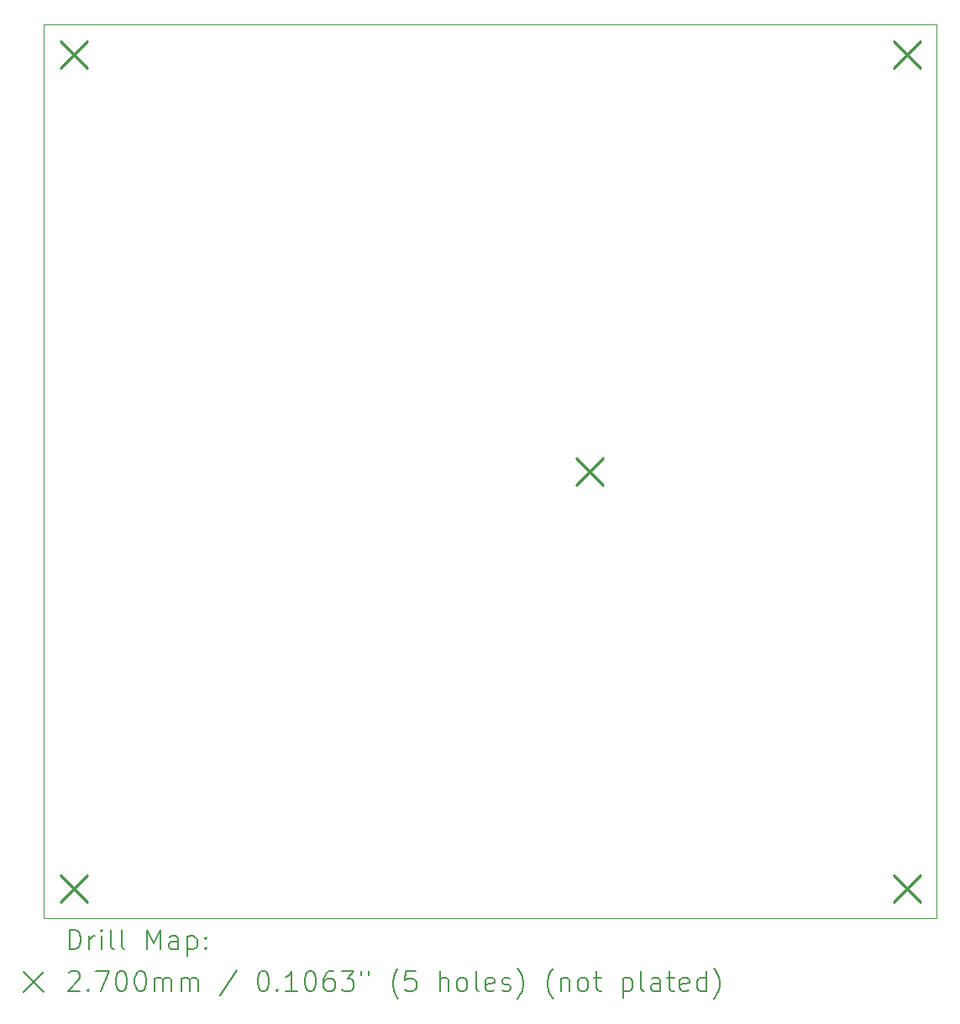
<source format=gbr>
%TF.GenerationSoftware,KiCad,Pcbnew,8.0.3*%
%TF.CreationDate,2024-07-18T11:22:14-07:00*%
%TF.ProjectId,pcb_test,7063625f-7465-4737-942e-6b696361645f,rev?*%
%TF.SameCoordinates,Original*%
%TF.FileFunction,Drillmap*%
%TF.FilePolarity,Positive*%
%FSLAX45Y45*%
G04 Gerber Fmt 4.5, Leading zero omitted, Abs format (unit mm)*
G04 Created by KiCad (PCBNEW 8.0.3) date 2024-07-18 11:22:14*
%MOMM*%
%LPD*%
G01*
G04 APERTURE LIST*
%ADD10C,0.050000*%
%ADD11C,0.200000*%
%ADD12C,0.270000*%
G04 APERTURE END LIST*
D10*
X6000000Y-2800000D02*
X15000000Y-2800000D01*
X15000000Y-11800000D01*
X6000000Y-11800000D01*
X6000000Y-2800000D01*
D11*
D12*
X6165000Y-2965000D02*
X6435000Y-3235000D01*
X6435000Y-2965000D02*
X6165000Y-3235000D01*
X6165000Y-11365000D02*
X6435000Y-11635000D01*
X6435000Y-11365000D02*
X6165000Y-11635000D01*
X11365000Y-7165000D02*
X11635000Y-7435000D01*
X11635000Y-7165000D02*
X11365000Y-7435000D01*
X14565000Y-2965000D02*
X14835000Y-3235000D01*
X14835000Y-2965000D02*
X14565000Y-3235000D01*
X14565000Y-11365000D02*
X14835000Y-11635000D01*
X14835000Y-11365000D02*
X14565000Y-11635000D01*
D11*
X6258277Y-12113984D02*
X6258277Y-11913984D01*
X6258277Y-11913984D02*
X6305896Y-11913984D01*
X6305896Y-11913984D02*
X6334467Y-11923508D01*
X6334467Y-11923508D02*
X6353515Y-11942555D01*
X6353515Y-11942555D02*
X6363039Y-11961603D01*
X6363039Y-11961603D02*
X6372562Y-11999698D01*
X6372562Y-11999698D02*
X6372562Y-12028269D01*
X6372562Y-12028269D02*
X6363039Y-12066365D01*
X6363039Y-12066365D02*
X6353515Y-12085412D01*
X6353515Y-12085412D02*
X6334467Y-12104460D01*
X6334467Y-12104460D02*
X6305896Y-12113984D01*
X6305896Y-12113984D02*
X6258277Y-12113984D01*
X6458277Y-12113984D02*
X6458277Y-11980650D01*
X6458277Y-12018746D02*
X6467801Y-11999698D01*
X6467801Y-11999698D02*
X6477324Y-11990174D01*
X6477324Y-11990174D02*
X6496372Y-11980650D01*
X6496372Y-11980650D02*
X6515420Y-11980650D01*
X6582086Y-12113984D02*
X6582086Y-11980650D01*
X6582086Y-11913984D02*
X6572562Y-11923508D01*
X6572562Y-11923508D02*
X6582086Y-11933031D01*
X6582086Y-11933031D02*
X6591610Y-11923508D01*
X6591610Y-11923508D02*
X6582086Y-11913984D01*
X6582086Y-11913984D02*
X6582086Y-11933031D01*
X6705896Y-12113984D02*
X6686848Y-12104460D01*
X6686848Y-12104460D02*
X6677324Y-12085412D01*
X6677324Y-12085412D02*
X6677324Y-11913984D01*
X6810658Y-12113984D02*
X6791610Y-12104460D01*
X6791610Y-12104460D02*
X6782086Y-12085412D01*
X6782086Y-12085412D02*
X6782086Y-11913984D01*
X7039229Y-12113984D02*
X7039229Y-11913984D01*
X7039229Y-11913984D02*
X7105896Y-12056841D01*
X7105896Y-12056841D02*
X7172562Y-11913984D01*
X7172562Y-11913984D02*
X7172562Y-12113984D01*
X7353515Y-12113984D02*
X7353515Y-12009222D01*
X7353515Y-12009222D02*
X7343991Y-11990174D01*
X7343991Y-11990174D02*
X7324943Y-11980650D01*
X7324943Y-11980650D02*
X7286848Y-11980650D01*
X7286848Y-11980650D02*
X7267801Y-11990174D01*
X7353515Y-12104460D02*
X7334467Y-12113984D01*
X7334467Y-12113984D02*
X7286848Y-12113984D01*
X7286848Y-12113984D02*
X7267801Y-12104460D01*
X7267801Y-12104460D02*
X7258277Y-12085412D01*
X7258277Y-12085412D02*
X7258277Y-12066365D01*
X7258277Y-12066365D02*
X7267801Y-12047317D01*
X7267801Y-12047317D02*
X7286848Y-12037793D01*
X7286848Y-12037793D02*
X7334467Y-12037793D01*
X7334467Y-12037793D02*
X7353515Y-12028269D01*
X7448753Y-11980650D02*
X7448753Y-12180650D01*
X7448753Y-11990174D02*
X7467801Y-11980650D01*
X7467801Y-11980650D02*
X7505896Y-11980650D01*
X7505896Y-11980650D02*
X7524943Y-11990174D01*
X7524943Y-11990174D02*
X7534467Y-11999698D01*
X7534467Y-11999698D02*
X7543991Y-12018746D01*
X7543991Y-12018746D02*
X7543991Y-12075888D01*
X7543991Y-12075888D02*
X7534467Y-12094936D01*
X7534467Y-12094936D02*
X7524943Y-12104460D01*
X7524943Y-12104460D02*
X7505896Y-12113984D01*
X7505896Y-12113984D02*
X7467801Y-12113984D01*
X7467801Y-12113984D02*
X7448753Y-12104460D01*
X7629705Y-12094936D02*
X7639229Y-12104460D01*
X7639229Y-12104460D02*
X7629705Y-12113984D01*
X7629705Y-12113984D02*
X7620182Y-12104460D01*
X7620182Y-12104460D02*
X7629705Y-12094936D01*
X7629705Y-12094936D02*
X7629705Y-12113984D01*
X7629705Y-11990174D02*
X7639229Y-11999698D01*
X7639229Y-11999698D02*
X7629705Y-12009222D01*
X7629705Y-12009222D02*
X7620182Y-11999698D01*
X7620182Y-11999698D02*
X7629705Y-11990174D01*
X7629705Y-11990174D02*
X7629705Y-12009222D01*
X5797500Y-12342500D02*
X5997500Y-12542500D01*
X5997500Y-12342500D02*
X5797500Y-12542500D01*
X6248753Y-12353031D02*
X6258277Y-12343508D01*
X6258277Y-12343508D02*
X6277324Y-12333984D01*
X6277324Y-12333984D02*
X6324943Y-12333984D01*
X6324943Y-12333984D02*
X6343991Y-12343508D01*
X6343991Y-12343508D02*
X6353515Y-12353031D01*
X6353515Y-12353031D02*
X6363039Y-12372079D01*
X6363039Y-12372079D02*
X6363039Y-12391127D01*
X6363039Y-12391127D02*
X6353515Y-12419698D01*
X6353515Y-12419698D02*
X6239229Y-12533984D01*
X6239229Y-12533984D02*
X6363039Y-12533984D01*
X6448753Y-12514936D02*
X6458277Y-12524460D01*
X6458277Y-12524460D02*
X6448753Y-12533984D01*
X6448753Y-12533984D02*
X6439229Y-12524460D01*
X6439229Y-12524460D02*
X6448753Y-12514936D01*
X6448753Y-12514936D02*
X6448753Y-12533984D01*
X6524943Y-12333984D02*
X6658277Y-12333984D01*
X6658277Y-12333984D02*
X6572562Y-12533984D01*
X6772562Y-12333984D02*
X6791610Y-12333984D01*
X6791610Y-12333984D02*
X6810658Y-12343508D01*
X6810658Y-12343508D02*
X6820182Y-12353031D01*
X6820182Y-12353031D02*
X6829705Y-12372079D01*
X6829705Y-12372079D02*
X6839229Y-12410174D01*
X6839229Y-12410174D02*
X6839229Y-12457793D01*
X6839229Y-12457793D02*
X6829705Y-12495888D01*
X6829705Y-12495888D02*
X6820182Y-12514936D01*
X6820182Y-12514936D02*
X6810658Y-12524460D01*
X6810658Y-12524460D02*
X6791610Y-12533984D01*
X6791610Y-12533984D02*
X6772562Y-12533984D01*
X6772562Y-12533984D02*
X6753515Y-12524460D01*
X6753515Y-12524460D02*
X6743991Y-12514936D01*
X6743991Y-12514936D02*
X6734467Y-12495888D01*
X6734467Y-12495888D02*
X6724943Y-12457793D01*
X6724943Y-12457793D02*
X6724943Y-12410174D01*
X6724943Y-12410174D02*
X6734467Y-12372079D01*
X6734467Y-12372079D02*
X6743991Y-12353031D01*
X6743991Y-12353031D02*
X6753515Y-12343508D01*
X6753515Y-12343508D02*
X6772562Y-12333984D01*
X6963039Y-12333984D02*
X6982086Y-12333984D01*
X6982086Y-12333984D02*
X7001134Y-12343508D01*
X7001134Y-12343508D02*
X7010658Y-12353031D01*
X7010658Y-12353031D02*
X7020182Y-12372079D01*
X7020182Y-12372079D02*
X7029705Y-12410174D01*
X7029705Y-12410174D02*
X7029705Y-12457793D01*
X7029705Y-12457793D02*
X7020182Y-12495888D01*
X7020182Y-12495888D02*
X7010658Y-12514936D01*
X7010658Y-12514936D02*
X7001134Y-12524460D01*
X7001134Y-12524460D02*
X6982086Y-12533984D01*
X6982086Y-12533984D02*
X6963039Y-12533984D01*
X6963039Y-12533984D02*
X6943991Y-12524460D01*
X6943991Y-12524460D02*
X6934467Y-12514936D01*
X6934467Y-12514936D02*
X6924943Y-12495888D01*
X6924943Y-12495888D02*
X6915420Y-12457793D01*
X6915420Y-12457793D02*
X6915420Y-12410174D01*
X6915420Y-12410174D02*
X6924943Y-12372079D01*
X6924943Y-12372079D02*
X6934467Y-12353031D01*
X6934467Y-12353031D02*
X6943991Y-12343508D01*
X6943991Y-12343508D02*
X6963039Y-12333984D01*
X7115420Y-12533984D02*
X7115420Y-12400650D01*
X7115420Y-12419698D02*
X7124943Y-12410174D01*
X7124943Y-12410174D02*
X7143991Y-12400650D01*
X7143991Y-12400650D02*
X7172563Y-12400650D01*
X7172563Y-12400650D02*
X7191610Y-12410174D01*
X7191610Y-12410174D02*
X7201134Y-12429222D01*
X7201134Y-12429222D02*
X7201134Y-12533984D01*
X7201134Y-12429222D02*
X7210658Y-12410174D01*
X7210658Y-12410174D02*
X7229705Y-12400650D01*
X7229705Y-12400650D02*
X7258277Y-12400650D01*
X7258277Y-12400650D02*
X7277324Y-12410174D01*
X7277324Y-12410174D02*
X7286848Y-12429222D01*
X7286848Y-12429222D02*
X7286848Y-12533984D01*
X7382086Y-12533984D02*
X7382086Y-12400650D01*
X7382086Y-12419698D02*
X7391610Y-12410174D01*
X7391610Y-12410174D02*
X7410658Y-12400650D01*
X7410658Y-12400650D02*
X7439229Y-12400650D01*
X7439229Y-12400650D02*
X7458277Y-12410174D01*
X7458277Y-12410174D02*
X7467801Y-12429222D01*
X7467801Y-12429222D02*
X7467801Y-12533984D01*
X7467801Y-12429222D02*
X7477324Y-12410174D01*
X7477324Y-12410174D02*
X7496372Y-12400650D01*
X7496372Y-12400650D02*
X7524943Y-12400650D01*
X7524943Y-12400650D02*
X7543991Y-12410174D01*
X7543991Y-12410174D02*
X7553515Y-12429222D01*
X7553515Y-12429222D02*
X7553515Y-12533984D01*
X7943991Y-12324460D02*
X7772563Y-12581603D01*
X8201134Y-12333984D02*
X8220182Y-12333984D01*
X8220182Y-12333984D02*
X8239229Y-12343508D01*
X8239229Y-12343508D02*
X8248753Y-12353031D01*
X8248753Y-12353031D02*
X8258277Y-12372079D01*
X8258277Y-12372079D02*
X8267801Y-12410174D01*
X8267801Y-12410174D02*
X8267801Y-12457793D01*
X8267801Y-12457793D02*
X8258277Y-12495888D01*
X8258277Y-12495888D02*
X8248753Y-12514936D01*
X8248753Y-12514936D02*
X8239229Y-12524460D01*
X8239229Y-12524460D02*
X8220182Y-12533984D01*
X8220182Y-12533984D02*
X8201134Y-12533984D01*
X8201134Y-12533984D02*
X8182086Y-12524460D01*
X8182086Y-12524460D02*
X8172563Y-12514936D01*
X8172563Y-12514936D02*
X8163039Y-12495888D01*
X8163039Y-12495888D02*
X8153515Y-12457793D01*
X8153515Y-12457793D02*
X8153515Y-12410174D01*
X8153515Y-12410174D02*
X8163039Y-12372079D01*
X8163039Y-12372079D02*
X8172563Y-12353031D01*
X8172563Y-12353031D02*
X8182086Y-12343508D01*
X8182086Y-12343508D02*
X8201134Y-12333984D01*
X8353515Y-12514936D02*
X8363039Y-12524460D01*
X8363039Y-12524460D02*
X8353515Y-12533984D01*
X8353515Y-12533984D02*
X8343991Y-12524460D01*
X8343991Y-12524460D02*
X8353515Y-12514936D01*
X8353515Y-12514936D02*
X8353515Y-12533984D01*
X8553515Y-12533984D02*
X8439229Y-12533984D01*
X8496372Y-12533984D02*
X8496372Y-12333984D01*
X8496372Y-12333984D02*
X8477325Y-12362555D01*
X8477325Y-12362555D02*
X8458277Y-12381603D01*
X8458277Y-12381603D02*
X8439229Y-12391127D01*
X8677325Y-12333984D02*
X8696372Y-12333984D01*
X8696372Y-12333984D02*
X8715420Y-12343508D01*
X8715420Y-12343508D02*
X8724944Y-12353031D01*
X8724944Y-12353031D02*
X8734468Y-12372079D01*
X8734468Y-12372079D02*
X8743991Y-12410174D01*
X8743991Y-12410174D02*
X8743991Y-12457793D01*
X8743991Y-12457793D02*
X8734468Y-12495888D01*
X8734468Y-12495888D02*
X8724944Y-12514936D01*
X8724944Y-12514936D02*
X8715420Y-12524460D01*
X8715420Y-12524460D02*
X8696372Y-12533984D01*
X8696372Y-12533984D02*
X8677325Y-12533984D01*
X8677325Y-12533984D02*
X8658277Y-12524460D01*
X8658277Y-12524460D02*
X8648753Y-12514936D01*
X8648753Y-12514936D02*
X8639229Y-12495888D01*
X8639229Y-12495888D02*
X8629706Y-12457793D01*
X8629706Y-12457793D02*
X8629706Y-12410174D01*
X8629706Y-12410174D02*
X8639229Y-12372079D01*
X8639229Y-12372079D02*
X8648753Y-12353031D01*
X8648753Y-12353031D02*
X8658277Y-12343508D01*
X8658277Y-12343508D02*
X8677325Y-12333984D01*
X8915420Y-12333984D02*
X8877325Y-12333984D01*
X8877325Y-12333984D02*
X8858277Y-12343508D01*
X8858277Y-12343508D02*
X8848753Y-12353031D01*
X8848753Y-12353031D02*
X8829706Y-12381603D01*
X8829706Y-12381603D02*
X8820182Y-12419698D01*
X8820182Y-12419698D02*
X8820182Y-12495888D01*
X8820182Y-12495888D02*
X8829706Y-12514936D01*
X8829706Y-12514936D02*
X8839229Y-12524460D01*
X8839229Y-12524460D02*
X8858277Y-12533984D01*
X8858277Y-12533984D02*
X8896372Y-12533984D01*
X8896372Y-12533984D02*
X8915420Y-12524460D01*
X8915420Y-12524460D02*
X8924944Y-12514936D01*
X8924944Y-12514936D02*
X8934468Y-12495888D01*
X8934468Y-12495888D02*
X8934468Y-12448269D01*
X8934468Y-12448269D02*
X8924944Y-12429222D01*
X8924944Y-12429222D02*
X8915420Y-12419698D01*
X8915420Y-12419698D02*
X8896372Y-12410174D01*
X8896372Y-12410174D02*
X8858277Y-12410174D01*
X8858277Y-12410174D02*
X8839229Y-12419698D01*
X8839229Y-12419698D02*
X8829706Y-12429222D01*
X8829706Y-12429222D02*
X8820182Y-12448269D01*
X9001134Y-12333984D02*
X9124944Y-12333984D01*
X9124944Y-12333984D02*
X9058277Y-12410174D01*
X9058277Y-12410174D02*
X9086849Y-12410174D01*
X9086849Y-12410174D02*
X9105896Y-12419698D01*
X9105896Y-12419698D02*
X9115420Y-12429222D01*
X9115420Y-12429222D02*
X9124944Y-12448269D01*
X9124944Y-12448269D02*
X9124944Y-12495888D01*
X9124944Y-12495888D02*
X9115420Y-12514936D01*
X9115420Y-12514936D02*
X9105896Y-12524460D01*
X9105896Y-12524460D02*
X9086849Y-12533984D01*
X9086849Y-12533984D02*
X9029706Y-12533984D01*
X9029706Y-12533984D02*
X9010658Y-12524460D01*
X9010658Y-12524460D02*
X9001134Y-12514936D01*
X9201134Y-12333984D02*
X9201134Y-12372079D01*
X9277325Y-12333984D02*
X9277325Y-12372079D01*
X9572563Y-12610174D02*
X9563039Y-12600650D01*
X9563039Y-12600650D02*
X9543991Y-12572079D01*
X9543991Y-12572079D02*
X9534468Y-12553031D01*
X9534468Y-12553031D02*
X9524944Y-12524460D01*
X9524944Y-12524460D02*
X9515420Y-12476841D01*
X9515420Y-12476841D02*
X9515420Y-12438746D01*
X9515420Y-12438746D02*
X9524944Y-12391127D01*
X9524944Y-12391127D02*
X9534468Y-12362555D01*
X9534468Y-12362555D02*
X9543991Y-12343508D01*
X9543991Y-12343508D02*
X9563039Y-12314936D01*
X9563039Y-12314936D02*
X9572563Y-12305412D01*
X9743991Y-12333984D02*
X9648753Y-12333984D01*
X9648753Y-12333984D02*
X9639230Y-12429222D01*
X9639230Y-12429222D02*
X9648753Y-12419698D01*
X9648753Y-12419698D02*
X9667801Y-12410174D01*
X9667801Y-12410174D02*
X9715420Y-12410174D01*
X9715420Y-12410174D02*
X9734468Y-12419698D01*
X9734468Y-12419698D02*
X9743991Y-12429222D01*
X9743991Y-12429222D02*
X9753515Y-12448269D01*
X9753515Y-12448269D02*
X9753515Y-12495888D01*
X9753515Y-12495888D02*
X9743991Y-12514936D01*
X9743991Y-12514936D02*
X9734468Y-12524460D01*
X9734468Y-12524460D02*
X9715420Y-12533984D01*
X9715420Y-12533984D02*
X9667801Y-12533984D01*
X9667801Y-12533984D02*
X9648753Y-12524460D01*
X9648753Y-12524460D02*
X9639230Y-12514936D01*
X9991611Y-12533984D02*
X9991611Y-12333984D01*
X10077325Y-12533984D02*
X10077325Y-12429222D01*
X10077325Y-12429222D02*
X10067801Y-12410174D01*
X10067801Y-12410174D02*
X10048753Y-12400650D01*
X10048753Y-12400650D02*
X10020182Y-12400650D01*
X10020182Y-12400650D02*
X10001134Y-12410174D01*
X10001134Y-12410174D02*
X9991611Y-12419698D01*
X10201134Y-12533984D02*
X10182087Y-12524460D01*
X10182087Y-12524460D02*
X10172563Y-12514936D01*
X10172563Y-12514936D02*
X10163039Y-12495888D01*
X10163039Y-12495888D02*
X10163039Y-12438746D01*
X10163039Y-12438746D02*
X10172563Y-12419698D01*
X10172563Y-12419698D02*
X10182087Y-12410174D01*
X10182087Y-12410174D02*
X10201134Y-12400650D01*
X10201134Y-12400650D02*
X10229706Y-12400650D01*
X10229706Y-12400650D02*
X10248753Y-12410174D01*
X10248753Y-12410174D02*
X10258277Y-12419698D01*
X10258277Y-12419698D02*
X10267801Y-12438746D01*
X10267801Y-12438746D02*
X10267801Y-12495888D01*
X10267801Y-12495888D02*
X10258277Y-12514936D01*
X10258277Y-12514936D02*
X10248753Y-12524460D01*
X10248753Y-12524460D02*
X10229706Y-12533984D01*
X10229706Y-12533984D02*
X10201134Y-12533984D01*
X10382087Y-12533984D02*
X10363039Y-12524460D01*
X10363039Y-12524460D02*
X10353515Y-12505412D01*
X10353515Y-12505412D02*
X10353515Y-12333984D01*
X10534468Y-12524460D02*
X10515420Y-12533984D01*
X10515420Y-12533984D02*
X10477325Y-12533984D01*
X10477325Y-12533984D02*
X10458277Y-12524460D01*
X10458277Y-12524460D02*
X10448753Y-12505412D01*
X10448753Y-12505412D02*
X10448753Y-12429222D01*
X10448753Y-12429222D02*
X10458277Y-12410174D01*
X10458277Y-12410174D02*
X10477325Y-12400650D01*
X10477325Y-12400650D02*
X10515420Y-12400650D01*
X10515420Y-12400650D02*
X10534468Y-12410174D01*
X10534468Y-12410174D02*
X10543992Y-12429222D01*
X10543992Y-12429222D02*
X10543992Y-12448269D01*
X10543992Y-12448269D02*
X10448753Y-12467317D01*
X10620182Y-12524460D02*
X10639230Y-12533984D01*
X10639230Y-12533984D02*
X10677325Y-12533984D01*
X10677325Y-12533984D02*
X10696373Y-12524460D01*
X10696373Y-12524460D02*
X10705896Y-12505412D01*
X10705896Y-12505412D02*
X10705896Y-12495888D01*
X10705896Y-12495888D02*
X10696373Y-12476841D01*
X10696373Y-12476841D02*
X10677325Y-12467317D01*
X10677325Y-12467317D02*
X10648753Y-12467317D01*
X10648753Y-12467317D02*
X10629706Y-12457793D01*
X10629706Y-12457793D02*
X10620182Y-12438746D01*
X10620182Y-12438746D02*
X10620182Y-12429222D01*
X10620182Y-12429222D02*
X10629706Y-12410174D01*
X10629706Y-12410174D02*
X10648753Y-12400650D01*
X10648753Y-12400650D02*
X10677325Y-12400650D01*
X10677325Y-12400650D02*
X10696373Y-12410174D01*
X10772563Y-12610174D02*
X10782087Y-12600650D01*
X10782087Y-12600650D02*
X10801134Y-12572079D01*
X10801134Y-12572079D02*
X10810658Y-12553031D01*
X10810658Y-12553031D02*
X10820182Y-12524460D01*
X10820182Y-12524460D02*
X10829706Y-12476841D01*
X10829706Y-12476841D02*
X10829706Y-12438746D01*
X10829706Y-12438746D02*
X10820182Y-12391127D01*
X10820182Y-12391127D02*
X10810658Y-12362555D01*
X10810658Y-12362555D02*
X10801134Y-12343508D01*
X10801134Y-12343508D02*
X10782087Y-12314936D01*
X10782087Y-12314936D02*
X10772563Y-12305412D01*
X11134468Y-12610174D02*
X11124944Y-12600650D01*
X11124944Y-12600650D02*
X11105896Y-12572079D01*
X11105896Y-12572079D02*
X11096373Y-12553031D01*
X11096373Y-12553031D02*
X11086849Y-12524460D01*
X11086849Y-12524460D02*
X11077325Y-12476841D01*
X11077325Y-12476841D02*
X11077325Y-12438746D01*
X11077325Y-12438746D02*
X11086849Y-12391127D01*
X11086849Y-12391127D02*
X11096373Y-12362555D01*
X11096373Y-12362555D02*
X11105896Y-12343508D01*
X11105896Y-12343508D02*
X11124944Y-12314936D01*
X11124944Y-12314936D02*
X11134468Y-12305412D01*
X11210658Y-12400650D02*
X11210658Y-12533984D01*
X11210658Y-12419698D02*
X11220182Y-12410174D01*
X11220182Y-12410174D02*
X11239230Y-12400650D01*
X11239230Y-12400650D02*
X11267801Y-12400650D01*
X11267801Y-12400650D02*
X11286849Y-12410174D01*
X11286849Y-12410174D02*
X11296372Y-12429222D01*
X11296372Y-12429222D02*
X11296372Y-12533984D01*
X11420182Y-12533984D02*
X11401134Y-12524460D01*
X11401134Y-12524460D02*
X11391611Y-12514936D01*
X11391611Y-12514936D02*
X11382087Y-12495888D01*
X11382087Y-12495888D02*
X11382087Y-12438746D01*
X11382087Y-12438746D02*
X11391611Y-12419698D01*
X11391611Y-12419698D02*
X11401134Y-12410174D01*
X11401134Y-12410174D02*
X11420182Y-12400650D01*
X11420182Y-12400650D02*
X11448753Y-12400650D01*
X11448753Y-12400650D02*
X11467801Y-12410174D01*
X11467801Y-12410174D02*
X11477325Y-12419698D01*
X11477325Y-12419698D02*
X11486849Y-12438746D01*
X11486849Y-12438746D02*
X11486849Y-12495888D01*
X11486849Y-12495888D02*
X11477325Y-12514936D01*
X11477325Y-12514936D02*
X11467801Y-12524460D01*
X11467801Y-12524460D02*
X11448753Y-12533984D01*
X11448753Y-12533984D02*
X11420182Y-12533984D01*
X11543992Y-12400650D02*
X11620182Y-12400650D01*
X11572563Y-12333984D02*
X11572563Y-12505412D01*
X11572563Y-12505412D02*
X11582087Y-12524460D01*
X11582087Y-12524460D02*
X11601134Y-12533984D01*
X11601134Y-12533984D02*
X11620182Y-12533984D01*
X11839230Y-12400650D02*
X11839230Y-12600650D01*
X11839230Y-12410174D02*
X11858277Y-12400650D01*
X11858277Y-12400650D02*
X11896373Y-12400650D01*
X11896373Y-12400650D02*
X11915420Y-12410174D01*
X11915420Y-12410174D02*
X11924944Y-12419698D01*
X11924944Y-12419698D02*
X11934468Y-12438746D01*
X11934468Y-12438746D02*
X11934468Y-12495888D01*
X11934468Y-12495888D02*
X11924944Y-12514936D01*
X11924944Y-12514936D02*
X11915420Y-12524460D01*
X11915420Y-12524460D02*
X11896373Y-12533984D01*
X11896373Y-12533984D02*
X11858277Y-12533984D01*
X11858277Y-12533984D02*
X11839230Y-12524460D01*
X12048753Y-12533984D02*
X12029706Y-12524460D01*
X12029706Y-12524460D02*
X12020182Y-12505412D01*
X12020182Y-12505412D02*
X12020182Y-12333984D01*
X12210658Y-12533984D02*
X12210658Y-12429222D01*
X12210658Y-12429222D02*
X12201134Y-12410174D01*
X12201134Y-12410174D02*
X12182087Y-12400650D01*
X12182087Y-12400650D02*
X12143992Y-12400650D01*
X12143992Y-12400650D02*
X12124944Y-12410174D01*
X12210658Y-12524460D02*
X12191611Y-12533984D01*
X12191611Y-12533984D02*
X12143992Y-12533984D01*
X12143992Y-12533984D02*
X12124944Y-12524460D01*
X12124944Y-12524460D02*
X12115420Y-12505412D01*
X12115420Y-12505412D02*
X12115420Y-12486365D01*
X12115420Y-12486365D02*
X12124944Y-12467317D01*
X12124944Y-12467317D02*
X12143992Y-12457793D01*
X12143992Y-12457793D02*
X12191611Y-12457793D01*
X12191611Y-12457793D02*
X12210658Y-12448269D01*
X12277325Y-12400650D02*
X12353515Y-12400650D01*
X12305896Y-12333984D02*
X12305896Y-12505412D01*
X12305896Y-12505412D02*
X12315420Y-12524460D01*
X12315420Y-12524460D02*
X12334468Y-12533984D01*
X12334468Y-12533984D02*
X12353515Y-12533984D01*
X12496373Y-12524460D02*
X12477325Y-12533984D01*
X12477325Y-12533984D02*
X12439230Y-12533984D01*
X12439230Y-12533984D02*
X12420182Y-12524460D01*
X12420182Y-12524460D02*
X12410658Y-12505412D01*
X12410658Y-12505412D02*
X12410658Y-12429222D01*
X12410658Y-12429222D02*
X12420182Y-12410174D01*
X12420182Y-12410174D02*
X12439230Y-12400650D01*
X12439230Y-12400650D02*
X12477325Y-12400650D01*
X12477325Y-12400650D02*
X12496373Y-12410174D01*
X12496373Y-12410174D02*
X12505896Y-12429222D01*
X12505896Y-12429222D02*
X12505896Y-12448269D01*
X12505896Y-12448269D02*
X12410658Y-12467317D01*
X12677325Y-12533984D02*
X12677325Y-12333984D01*
X12677325Y-12524460D02*
X12658277Y-12533984D01*
X12658277Y-12533984D02*
X12620182Y-12533984D01*
X12620182Y-12533984D02*
X12601134Y-12524460D01*
X12601134Y-12524460D02*
X12591611Y-12514936D01*
X12591611Y-12514936D02*
X12582087Y-12495888D01*
X12582087Y-12495888D02*
X12582087Y-12438746D01*
X12582087Y-12438746D02*
X12591611Y-12419698D01*
X12591611Y-12419698D02*
X12601134Y-12410174D01*
X12601134Y-12410174D02*
X12620182Y-12400650D01*
X12620182Y-12400650D02*
X12658277Y-12400650D01*
X12658277Y-12400650D02*
X12677325Y-12410174D01*
X12753515Y-12610174D02*
X12763039Y-12600650D01*
X12763039Y-12600650D02*
X12782087Y-12572079D01*
X12782087Y-12572079D02*
X12791611Y-12553031D01*
X12791611Y-12553031D02*
X12801134Y-12524460D01*
X12801134Y-12524460D02*
X12810658Y-12476841D01*
X12810658Y-12476841D02*
X12810658Y-12438746D01*
X12810658Y-12438746D02*
X12801134Y-12391127D01*
X12801134Y-12391127D02*
X12791611Y-12362555D01*
X12791611Y-12362555D02*
X12782087Y-12343508D01*
X12782087Y-12343508D02*
X12763039Y-12314936D01*
X12763039Y-12314936D02*
X12753515Y-12305412D01*
M02*

</source>
